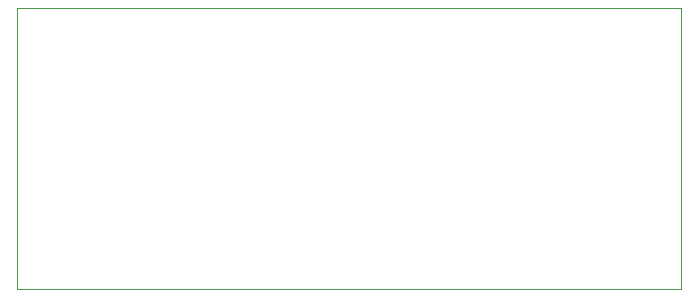
<source format=gbr>
%TF.GenerationSoftware,KiCad,Pcbnew,5.1.9-73d0e3b20d~88~ubuntu20.04.1*%
%TF.CreationDate,2021-03-07T16:38:01-05:00*%
%TF.ProjectId,hexdisplay8,68657864-6973-4706-9c61-79382e6b6963,rev?*%
%TF.SameCoordinates,Original*%
%TF.FileFunction,Profile,NP*%
%FSLAX46Y46*%
G04 Gerber Fmt 4.6, Leading zero omitted, Abs format (unit mm)*
G04 Created by KiCad (PCBNEW 5.1.9-73d0e3b20d~88~ubuntu20.04.1) date 2021-03-07 16:38:01*
%MOMM*%
%LPD*%
G01*
G04 APERTURE LIST*
%TA.AperFunction,Profile*%
%ADD10C,0.050000*%
%TD*%
G04 APERTURE END LIST*
D10*
X136100000Y-122000000D02*
X192300000Y-122000000D01*
X136100000Y-98200000D02*
X136100000Y-122000000D01*
X136400000Y-98200000D02*
X136100000Y-98200000D01*
X192300000Y-98200000D02*
X136400000Y-98200000D01*
X192300000Y-99900000D02*
X192300000Y-98200000D01*
X192300000Y-100200000D02*
X192300000Y-99900000D01*
X192300000Y-122000000D02*
X192300000Y-100200000D01*
M02*

</source>
